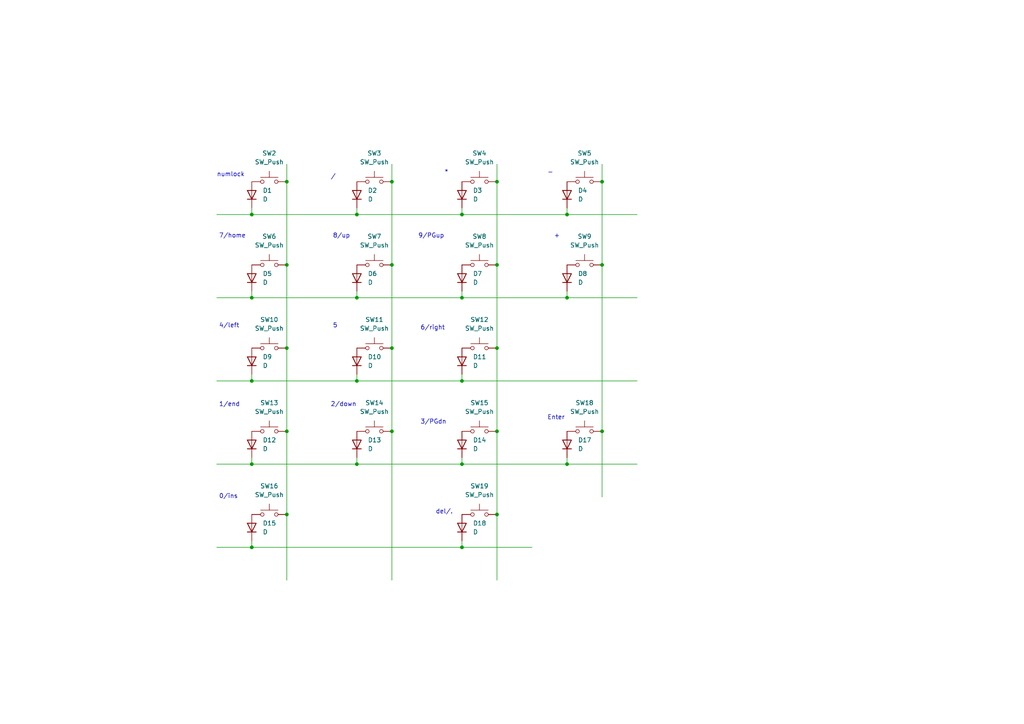
<source format=kicad_sch>
(kicad_sch (version 20230121) (generator eeschema)
  (paper "A4")
  (lib_symbols
    (symbol "Device:D" (pin_numbers hide) (pin_names (offset 1.016) hide)
      (property "Reference" "D" (at 0 2.54 0))
      (property "Value" "D" (at 0 -2.54 0))
      (symbol "D_0_1"
        (polyline (pts (xy -1.27 1.27) (xy -1.27 -1.27)) (stroke (width 0.254)))
        (polyline (pts (xy 1.27 0) (xy -1.27 0)))
        (polyline (pts (xy 1.27 1.27) (xy 1.27 -1.27) (xy -1.27 0) (xy 1.27 1.27)) (stroke (width 0.254)))
      )
      (symbol "D_1_1"
        (pin passive line (at -3.81 0 0) (length 2.54) (name "K") (number "1"))
        (pin passive line (at 3.81 0 180) (length 2.54) (name "A") (number "2"))
      )
    )
    (symbol "Switch:SW_Push" (pin_numbers hide) (pin_names (offset 1.016) hide)
      (property "Reference" "SW" (at 1.27 2.54 0))
      (property "Value" "SW_Push" (at 0 -1.524 0))
      (symbol "SW_Push_0_1"
        (circle (center -2.032 0) (radius 0.508))
        (polyline (pts (xy 0 1.27) (xy 0 3.048)))
        (polyline (pts (xy 2.54 1.27) (xy -2.54 1.27)))
        (circle (center 2.032 0) (radius 0.508))
        (pin passive line (at -5.08 0 0) (length 2.54) (name "1") (number "1"))
        (pin passive line (at 5.08 0 180) (length 2.54) (name "2") (number "2"))
      )
    )
  )
  (junction (at 133.985 110.49))
  (junction (at 144.145 149.225))
  (junction (at 164.465 86.36))
  (junction (at 103.505 110.49))
  (junction (at 83.185 52.705))
  (junction (at 113.665 125.095))
  (junction (at 144.145 52.705))
  (junction (at 103.505 62.23))
  (junction (at 174.625 125.095))
  (junction (at 83.185 149.225))
  (junction (at 133.985 158.75))
  (junction (at 103.505 134.62))
  (junction (at 83.185 125.095))
  (junction (at 113.665 52.705))
  (junction (at 133.985 86.36))
  (junction (at 113.665 100.965))
  (junction (at 83.185 76.835))
  (junction (at 174.625 76.835))
  (junction (at 164.465 62.23))
  (junction (at 83.185 100.965))
  (junction (at 103.505 86.36))
  (junction (at 133.985 62.23))
  (junction (at 144.145 76.835))
  (junction (at 73.025 110.49))
  (junction (at 144.145 125.095))
  (junction (at 113.665 76.835))
  (junction (at 73.025 62.23))
  (junction (at 73.025 158.75))
  (junction (at 164.465 134.62))
  (junction (at 73.025 86.36))
  (junction (at 144.145 100.965))
  (junction (at 174.625 52.705))
  (junction (at 73.025 134.62))
  (junction (at 133.985 134.62))
  (wire (pts (xy 103.505 86.36) (xy 133.985 86.36)))
  (wire (pts (xy 144.145 52.705) (xy 144.145 76.835)))
  (wire (pts (xy 103.505 132.715) (xy 103.505 134.62)))
  (wire (pts (xy 103.505 84.455) (xy 103.505 86.36)))
  (wire (pts (xy 73.025 60.325) (xy 73.025 62.23)))
  (wire (pts (xy 103.505 62.23) (xy 133.985 62.23)))
  (wire (pts (xy 133.985 108.585) (xy 133.985 110.49)))
  (wire (pts (xy 144.145 76.835) (xy 144.145 100.965)))
  (wire (pts (xy 73.025 158.75) (xy 133.985 158.75)))
  (wire (pts (xy 174.625 76.835) (xy 174.625 125.095)))
  (wire (pts (xy 83.185 149.225) (xy 83.185 168.275)))
  (wire (pts (xy 83.185 52.705) (xy 83.185 76.835)))
  (wire (pts (xy 133.985 60.325) (xy 133.985 62.23)))
  (wire (pts (xy 62.865 86.36) (xy 73.025 86.36)))
  (wire (pts (xy 144.145 47.625) (xy 144.145 52.705)))
  (wire (pts (xy 164.465 86.36) (xy 184.785 86.36)))
  (wire (pts (xy 73.025 110.49) (xy 103.505 110.49)))
  (wire (pts (xy 73.025 62.23) (xy 103.505 62.23)))
  (wire (pts (xy 83.185 47.625) (xy 83.185 52.705)))
  (wire (pts (xy 73.025 86.36) (xy 103.505 86.36)))
  (wire (pts (xy 73.025 156.845) (xy 73.025 158.75)))
  (wire (pts (xy 164.465 134.62) (xy 184.785 134.62)))
  (wire (pts (xy 144.145 100.965) (xy 144.145 125.095)))
  (wire (pts (xy 113.665 47.625) (xy 113.665 52.705)))
  (wire (pts (xy 113.665 125.095) (xy 113.665 168.275)))
  (wire (pts (xy 103.505 110.49) (xy 133.985 110.49)))
  (wire (pts (xy 83.185 76.835) (xy 83.185 100.965)))
  (wire (pts (xy 164.465 62.23) (xy 184.785 62.23)))
  (wire (pts (xy 73.025 134.62) (xy 103.505 134.62)))
  (wire (pts (xy 164.465 60.325) (xy 164.465 62.23)))
  (wire (pts (xy 133.985 132.715) (xy 133.985 134.62)))
  (wire (pts (xy 62.865 158.75) (xy 73.025 158.75)))
  (wire (pts (xy 62.865 110.49) (xy 73.025 110.49)))
  (wire (pts (xy 133.985 86.36) (xy 164.465 86.36)))
  (wire (pts (xy 83.185 100.965) (xy 83.185 125.095)))
  (wire (pts (xy 133.985 158.75) (xy 154.305 158.75)))
  (wire (pts (xy 144.145 149.225) (xy 144.145 168.275)))
  (wire (pts (xy 83.185 125.095) (xy 83.185 149.225)))
  (wire (pts (xy 73.025 84.455) (xy 73.025 86.36)))
  (wire (pts (xy 103.505 108.585) (xy 103.505 110.49)))
  (wire (pts (xy 164.465 84.455) (xy 164.465 86.36)))
  (wire (pts (xy 103.505 60.325) (xy 103.505 62.23)))
  (wire (pts (xy 133.985 62.23) (xy 164.465 62.23)))
  (wire (pts (xy 113.665 76.835) (xy 113.665 100.965)))
  (wire (pts (xy 144.145 125.095) (xy 144.145 149.225)))
  (wire (pts (xy 73.025 108.585) (xy 73.025 110.49)))
  (wire (pts (xy 133.985 110.49) (xy 184.785 110.49)))
  (wire (pts (xy 103.505 134.62) (xy 133.985 134.62)))
  (wire (pts (xy 113.665 100.965) (xy 113.665 125.095)))
  (wire (pts (xy 174.625 52.705) (xy 174.625 76.835)))
  (wire (pts (xy 174.625 47.625) (xy 174.625 52.705)))
  (wire (pts (xy 62.865 62.23) (xy 73.025 62.23)))
  (wire (pts (xy 133.985 134.62) (xy 164.465 134.62)))
  (wire (pts (xy 73.025 132.715) (xy 73.025 134.62)))
  (wire (pts (xy 62.865 134.62) (xy 73.025 134.62)))
  (wire (pts (xy 133.985 84.455) (xy 133.985 86.36)))
  (wire (pts (xy 113.665 52.705) (xy 113.665 76.835)))
  (wire (pts (xy 133.985 156.845) (xy 133.985 158.75)))
  (wire (pts (xy 174.625 125.095) (xy 174.625 144.145)))
  (wire (pts (xy 164.465 132.715) (xy 164.465 134.62)))
  (text "+" (at 160.655 69.215 0) (effects (font (size 1.27 1.27)) (justify left bottom)))
  (text "9/PGup" (at 121.285 69.215 0) (effects (font (size 1.27 1.27)) (justify left bottom)))
  (text "Enter\n" (at 158.75 121.92 0) (effects (font (size 1.27 1.27)) (justify left bottom)))
  (text "/\n" (at 95.885 52.07 0) (effects (font (size 1.27 1.27)) (justify left bottom)))
  (text "2/down" (at 95.885 118.11 0) (effects (font (size 1.27 1.27)) (justify left bottom)))
  (text "*" (at 128.905 50.8 0) (effects (font (size 1.27 1.27)) (justify left bottom)))
  (text "0/ins\n" (at 63.5 144.78 0) (effects (font (size 1.27 1.27)) (justify left bottom)))
  (text "3/PGdn" (at 121.92 123.19 0) (effects (font (size 1.27 1.27)) (justify left bottom)))
  (text "4/left" (at 63.5 95.25 0) (effects (font (size 1.27 1.27)) (justify left bottom)))
  (text "7/home\n" (at 63.5 69.215 0) (effects (font (size 1.27 1.27)) (justify left bottom)))
  (text "5" (at 96.52 95.25 0) (effects (font (size 1.27 1.27)) (justify left bottom)))
  (text "numlock\n" (at 62.865 51.435 0) (effects (font (size 1.27 1.27)) (justify left bottom)))
  (text "del/." (at 126.365 149.225 0) (effects (font (size 1.27 1.27)) (justify left bottom)))
  (text "-" (at 158.75 50.8 0) (effects (font (size 1.27 1.27)) (justify left bottom)))
  (text "8/up" (at 96.52 69.215 0) (effects (font (size 1.27 1.27)) (justify left bottom)))
  (text "6/right" (at 121.92 95.885 0) (effects (font (size 1.27 1.27)) (justify left bottom)))
  (text "1/end\n" (at 63.5 118.11 0) (effects (font (size 1.27 1.27)) (justify left bottom)))
  (symbol (lib_id "Device:D") (at 103.505 104.775 90) (unit 1)
    (property "Reference" "D10" (at 106.68 103.505 90) (effects (justify right)))
    (property "Value" "D" (at 106.68 106.045 90) (effects (justify right)))
    (property "Footprint" "Diode_SMD:D_0603_1608Metric_Pad1.05x0.95mm_HandSolder" (effects hide))
    (property "Sim.Device" "D" (effects hide))
    (property "Sim.Pins" "1=K 2=A" (effects hide))
  )
  (symbol (lib_id "Device:D") (at 73.025 128.905 90) (unit 1)
    (property "Reference" "D12" (at 76.2 127.635 90) (effects (justify right)))
    (property "Value" "D" (at 76.2 130.175 90) (effects (justify right)))
    (property "Footprint" "Diode_SMD:D_0603_1608Metric_Pad1.05x0.95mm_HandSolder" (effects hide))
    (property "Sim.Device" "D" (effects hide))
    (property "Sim.Pins" "1=K 2=A" (effects hide))
  )
  (symbol (lib_id "Switch:SW_Push") (at 108.585 52.705 0) (unit 1)
    (property "Reference" "SW3" (at 108.585 44.45 0))
    (property "Value" "SW_Push" (at 108.585 46.99 0))
    (property "Footprint" "Button_Switch_Keyboard:SW_Cherry_MX_1.00u_PCB" (effects hide))
  )
  (symbol (lib_id "Device:D") (at 73.025 56.515 90) (unit 1)
    (property "Reference" "D1" (at 76.2 55.245 90) (effects (justify right)))
    (property "Value" "D" (at 76.2 57.785 90) (effects (justify right)))
    (property "Footprint" "Diode_SMD:D_0603_1608Metric_Pad1.05x0.95mm_HandSolder" (effects hide))
    (property "Sim.Device" "D" (effects hide))
    (property "Sim.Pins" "1=K 2=A" (effects hide))
  )
  (symbol (lib_id "Switch:SW_Push") (at 108.585 76.835 0) (unit 1)
    (property "Reference" "SW7" (at 108.585 68.58 0))
    (property "Value" "SW_Push" (at 108.585 71.12 0))
    (property "Footprint" "Button_Switch_Keyboard:SW_Cherry_MX_1.00u_PCB" (effects hide))
  )
  (symbol (lib_id "Device:D") (at 133.985 104.775 90) (unit 1)
    (property "Reference" "D11" (at 137.16 103.505 90) (effects (justify right)))
    (property "Value" "D" (at 137.16 106.045 90) (effects (justify right)))
    (property "Footprint" "Diode_SMD:D_0603_1608Metric_Pad1.05x0.95mm_HandSolder" (effects hide))
    (property "Sim.Device" "D" (effects hide))
    (property "Sim.Pins" "1=K 2=A" (effects hide))
  )
  (symbol (lib_id "Switch:SW_Push") (at 139.065 52.705 0) (unit 1)
    (property "Reference" "SW4" (at 139.065 44.45 0))
    (property "Value" "SW_Push" (at 139.065 46.99 0))
    (property "Footprint" "Button_Switch_Keyboard:SW_Cherry_MX_1.00u_PCB" (effects hide))
  )
  (symbol (lib_id "Device:D") (at 133.985 80.645 90) (unit 1)
    (property "Reference" "D7" (at 137.16 79.375 90) (effects (justify right)))
    (property "Value" "D" (at 137.16 81.915 90) (effects (justify right)))
    (property "Footprint" "Diode_SMD:D_0603_1608Metric_Pad1.05x0.95mm_HandSolder" (effects hide))
    (property "Sim.Device" "D" (effects hide))
    (property "Sim.Pins" "1=K 2=A" (effects hide))
  )
  (symbol (lib_id "Device:D") (at 164.465 56.515 90) (unit 1)
    (property "Reference" "D4" (at 167.64 55.245 90) (effects (justify right)))
    (property "Value" "D" (at 167.64 57.785 90) (effects (justify right)))
    (property "Footprint" "Diode_SMD:D_0603_1608Metric_Pad1.05x0.95mm_HandSolder" (effects hide))
    (property "Sim.Device" "D" (effects hide))
    (property "Sim.Pins" "1=K 2=A" (effects hide))
  )
  (symbol (lib_id "Device:D") (at 103.505 80.645 90) (unit 1)
    (property "Reference" "D6" (at 106.68 79.375 90) (effects (justify right)))
    (property "Value" "D" (at 106.68 81.915 90) (effects (justify right)))
    (property "Footprint" "Diode_SMD:D_0603_1608Metric_Pad1.05x0.95mm_HandSolder" (effects hide))
    (property "Sim.Device" "D" (effects hide))
    (property "Sim.Pins" "1=K 2=A" (effects hide))
  )
  (symbol (lib_id "Switch:SW_Push") (at 169.545 125.095 0) (unit 1)
    (property "Reference" "SW18" (at 169.545 116.84 0))
    (property "Value" "SW_Push" (at 169.545 119.38 0))
    (property "Footprint" "Button_Switch_Keyboard:SW_Cherry_MX_1.00u_PCB" (effects hide))
  )
  (symbol (lib_id "Device:D") (at 73.025 153.035 90) (unit 1)
    (property "Reference" "D15" (at 76.2 151.765 90) (effects (justify right)))
    (property "Value" "D" (at 76.2 154.305 90) (effects (justify right)))
    (property "Footprint" "Diode_SMD:D_0603_1608Metric_Pad1.05x0.95mm_HandSolder" (effects hide))
    (property "Sim.Device" "D" (effects hide))
    (property "Sim.Pins" "1=K 2=A" (effects hide))
  )
  (symbol (lib_id "Switch:SW_Push") (at 108.585 125.095 0) (unit 1)
    (property "Reference" "SW14" (at 108.585 116.84 0))
    (property "Value" "SW_Push" (at 108.585 119.38 0))
    (property "Footprint" "Button_Switch_Keyboard:SW_Cherry_MX_1.00u_PCB" (effects hide))
  )
  (symbol (lib_id "Device:D") (at 103.505 56.515 90) (unit 1)
    (property "Reference" "D2" (at 106.68 55.245 90) (effects (justify right)))
    (property "Value" "D" (at 106.68 57.785 90) (effects (justify right)))
    (property "Footprint" "Diode_SMD:D_0603_1608Metric_Pad1.05x0.95mm_HandSolder" (effects hide))
    (property "Sim.Device" "D" (effects hide))
    (property "Sim.Pins" "1=K 2=A" (effects hide))
  )
  (symbol (lib_id "Switch:SW_Push") (at 139.065 125.095 0) (unit 1)
    (property "Reference" "SW15" (at 139.065 116.84 0))
    (property "Value" "SW_Push" (at 139.065 119.38 0))
    (property "Footprint" "Button_Switch_Keyboard:SW_Cherry_MX_1.00u_PCB" (effects hide))
  )
  (symbol (lib_id "Switch:SW_Push") (at 78.105 149.225 0) (unit 1)
    (property "Reference" "SW16" (at 78.105 140.97 0))
    (property "Value" "SW_Push" (at 78.105 143.51 0))
    (property "Footprint" "Button_Switch_Keyboard:SW_Cherry_MX_1.00u_PCB" (effects hide))
  )
  (symbol (lib_id "Switch:SW_Push") (at 169.545 52.705 0) (unit 1)
    (property "Reference" "SW5" (at 169.545 44.45 0))
    (property "Value" "SW_Push" (at 169.545 46.99 0))
    (property "Footprint" "Button_Switch_Keyboard:SW_Cherry_MX_1.00u_PCB" (effects hide))
  )
  (symbol (lib_id "Device:D") (at 164.465 80.645 90) (unit 1)
    (property "Reference" "D8" (at 167.64 79.375 90) (effects (justify right)))
    (property "Value" "D" (at 167.64 81.915 90) (effects (justify right)))
    (property "Footprint" "Diode_SMD:D_0603_1608Metric_Pad1.05x0.95mm_HandSolder" (effects hide))
    (property "Sim.Device" "D" (effects hide))
    (property "Sim.Pins" "1=K 2=A" (effects hide))
  )
  (symbol (lib_id "Switch:SW_Push") (at 108.585 100.965 0) (unit 1)
    (property "Reference" "SW11" (at 108.585 92.71 0))
    (property "Value" "SW_Push" (at 108.585 95.25 0))
    (property "Footprint" "Button_Switch_Keyboard:SW_Cherry_MX_1.00u_PCB" (effects hide))
  )
  (symbol (lib_id "Device:D") (at 73.025 104.775 90) (unit 1)
    (property "Reference" "D9" (at 76.2 103.505 90) (effects (justify right)))
    (property "Value" "D" (at 76.2 106.045 90) (effects (justify right)))
    (property "Footprint" "Diode_SMD:D_0603_1608Metric_Pad1.05x0.95mm_HandSolder" (effects hide))
    (property "Sim.Device" "D" (effects hide))
    (property "Sim.Pins" "1=K 2=A" (effects hide))
  )
  (symbol (lib_id "Switch:SW_Push") (at 78.105 76.835 0) (unit 1)
    (property "Reference" "SW6" (at 78.105 68.58 0))
    (property "Value" "SW_Push" (at 78.105 71.12 0))
    (property "Footprint" "Button_Switch_Keyboard:SW_Cherry_MX_1.00u_PCB" (effects hide))
  )
  (symbol (lib_id "Device:D") (at 73.025 80.645 90) (unit 1)
    (property "Reference" "D5" (at 76.2 79.375 90) (effects (justify right)))
    (property "Value" "D" (at 76.2 81.915 90) (effects (justify right)))
    (property "Footprint" "Diode_SMD:D_0603_1608Metric_Pad1.05x0.95mm_HandSolder" (effects hide))
    (property "Sim.Device" "D" (effects hide))
    (property "Sim.Pins" "1=K 2=A" (effects hide))
  )
  (symbol (lib_id "Switch:SW_Push") (at 139.065 76.835 0) (unit 1)
    (property "Reference" "SW8" (at 139.065 68.58 0))
    (property "Value" "SW_Push" (at 139.065 71.12 0))
    (property "Footprint" "Button_Switch_Keyboard:SW_Cherry_MX_1.00u_PCB" (effects hide))
  )
  (symbol (lib_id "Device:D") (at 133.985 56.515 90) (unit 1)
    (property "Reference" "D3" (at 137.16 55.245 90) (effects (justify right)))
    (property "Value" "D" (at 137.16 57.785 90) (effects (justify right)))
    (property "Footprint" "Diode_SMD:D_0603_1608Metric_Pad1.05x0.95mm_HandSolder" (effects hide))
    (property "Sim.Device" "D" (effects hide))
    (property "Sim.Pins" "1=K 2=A" (effects hide))
  )
  (symbol (lib_id "Device:D") (at 103.505 128.905 90) (unit 1)
    (property "Reference" "D13" (at 106.68 127.635 90) (effects (justify right)))
    (property "Value" "D" (at 106.68 130.175 90) (effects (justify right)))
    (property "Footprint" "Diode_SMD:D_0603_1608Metric_Pad1.05x0.95mm_HandSolder" (effects hide))
    (property "Sim.Device" "D" (effects hide))
    (property "Sim.Pins" "1=K 2=A" (effects hide))
  )
  (symbol (lib_id "Switch:SW_Push") (at 139.065 149.225 0) (unit 1)
    (property "Reference" "SW19" (at 139.065 140.97 0))
    (property "Value" "SW_Push" (at 139.065 143.51 0))
    (property "Footprint" "Button_Switch_Keyboard:SW_Cherry_MX_1.00u_PCB" (effects hide))
  )
  (symbol (lib_id "Device:D") (at 133.985 153.035 90) (unit 1)
    (property "Reference" "D18" (at 137.16 151.765 90) (effects (justify right)))
    (property "Value" "D" (at 137.16 154.305 90) (effects (justify right)))
    (property "Footprint" "Diode_SMD:D_0603_1608Metric_Pad1.05x0.95mm_HandSolder" (effects hide))
    (property "Sim.Device" "D" (effects hide))
    (property "Sim.Pins" "1=K 2=A" (effects hide))
  )
  (symbol (lib_id "Switch:SW_Push") (at 78.105 52.705 0) (unit 1)
    (property "Reference" "SW2" (at 78.105 44.45 0))
    (property "Value" "SW_Push" (at 78.105 46.99 0))
    (property "Footprint" "Button_Switch_Keyboard:SW_Cherry_MX_1.00u_PCB" (effects hide))
  )
  (symbol (lib_id "Switch:SW_Push") (at 139.065 100.965 0) (unit 1)
    (property "Reference" "SW12" (at 139.065 92.71 0))
    (property "Value" "SW_Push" (at 139.065 95.25 0))
    (property "Footprint" "Button_Switch_Keyboard:SW_Cherry_MX_1.00u_PCB" (effects hide))
  )
  (symbol (lib_id "Device:D") (at 164.465 128.905 90) (unit 1)
    (property "Reference" "D17" (at 167.64 127.635 90) (effects (justify right)))
    (property "Value" "D" (at 167.64 130.175 90) (effects (justify right)))
    (property "Footprint" "Diode_SMD:D_0603_1608Metric_Pad1.05x0.95mm_HandSolder" (effects hide))
    (property "Sim.Device" "D" (effects hide))
    (property "Sim.Pins" "1=K 2=A" (effects hide))
  )
  (symbol (lib_id "Switch:SW_Push") (at 78.105 100.965 0) (unit 1)
    (property "Reference" "SW10" (at 78.105 92.71 0))
    (property "Value" "SW_Push" (at 78.105 95.25 0))
    (property "Footprint" "Button_Switch_Keyboard:SW_Cherry_MX_1.00u_PCB" (effects hide))
  )
  (symbol (lib_id "Switch:SW_Push") (at 78.105 125.095 0) (unit 1)
    (property "Reference" "SW13" (at 78.105 116.84 0))
    (property "Value" "SW_Push" (at 78.105 119.38 0))
    (property "Footprint" "Button_Switch_Keyboard:SW_Cherry_MX_1.00u_PCB" (effects hide))
  )
  (symbol (lib_id "Device:D") (at 133.985 128.905 90) (unit 1)
    (property "Reference" "D14" (at 137.16 127.635 90) (effects (justify right)))
    (property "Value" "D" (at 137.16 130.175 90) (effects (justify right)))
    (property "Footprint" "Diode_SMD:D_0603_1608Metric_Pad1.05x0.95mm_HandSolder" (effects hide))
    (property "Sim.Device" "D" (effects hide))
    (property "Sim.Pins" "1=K 2=A" (effects hide))
  )
  (symbol (lib_id "Switch:SW_Push") (at 169.545 76.835 0) (unit 1)
    (property "Reference" "SW9" (at 169.545 68.58 0))
    (property "Value" "SW_Push" (at 169.545 71.12 0))
    (property "Footprint" "Button_Switch_Keyboard:SW_Cherry_MX_1.00u_PCB" (effects hide))
  )
)
</source>
